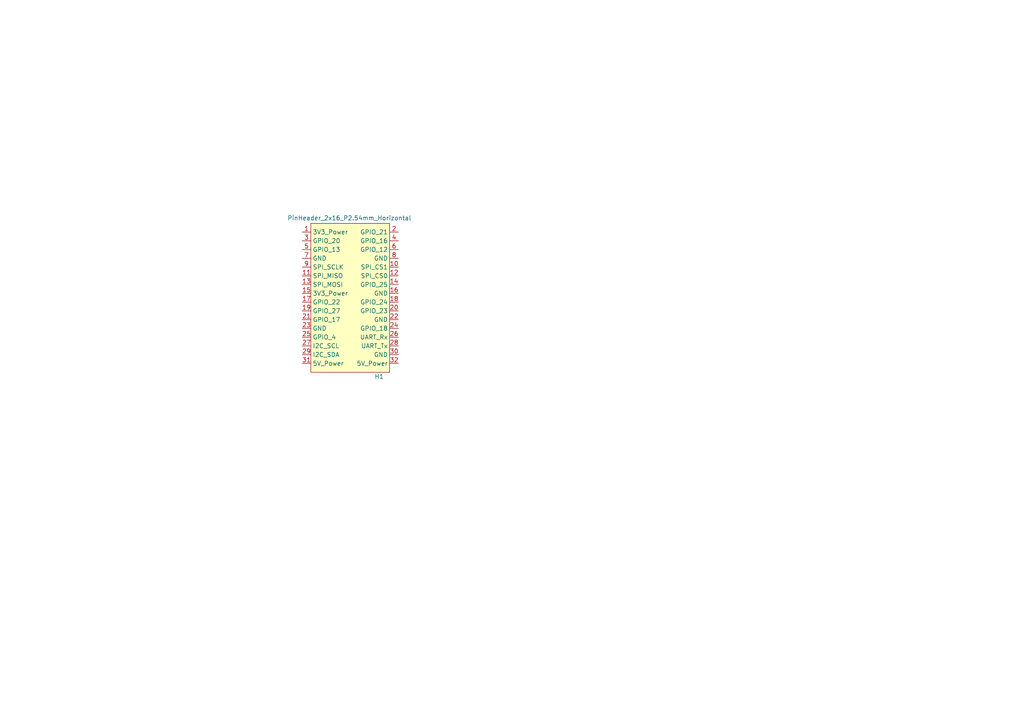
<source format=kicad_sch>
(kicad_sch (version 20250114) (generator "eeschema") (generator_version "9.0")
  (paper "A4")
  (lib_symbols
    (symbol "Edgeberry:Edgeberry_Cartridge_Connector"
      (property "Reference" "H" (at 8.382 -24.13 0))
      (property "Value" "Edgeberry Cartridge Connector" (at -0.254 21.844 0))
      (symbol "Edgeberry_Cartridge_Connector_1_1"
        (polyline (pts (xy -11.43 20.32) (xy 11.43 20.32) (xy 11.43 -22.86) (xy -11.43 -22.86) (xy -11.43 20.32)) (fill (type background)))
        (pin output line (at -13.97 17.78 0) (length 2.54) (name "3V3_Power") (number "1"))
        (pin bidirectional line (at -13.97 15.24 0) (length 2.54) (name "GPIO_20") (number "3"))
        (pin bidirectional line (at -13.97 12.7 0) (length 2.54) (name "GPIO_13") (number "5"))
        (pin output line (at -13.97 10.16 0) (length 2.54) (name "GND") (number "7"))
        (pin output line (at -13.97 7.62 0) (length 2.54) (name "SPI_SCLK") (number "9"))
        (pin input line (at -13.97 5.08 0) (length 2.54) (name "SPI_MISO") (number "11"))
        (pin output line (at -13.97 2.54 0) (length 2.54) (name "SPI_MOSI") (number "13"))
        (pin output line (at -13.97 0 0) (length 2.54) (name "3V3_Power") (number "15"))
        (pin bidirectional line (at -13.97 -2.54 0) (length 2.54) (name "GPIO_22") (number "17"))
        (pin bidirectional line (at -13.97 -5.08 0) (length 2.54) (name "GPIO_27") (number "19"))
        (pin bidirectional line (at -13.97 -7.62 0) (length 2.54) (name "GPIO_17") (number "21"))
        (pin output line (at -13.97 -10.16 0) (length 2.54) (name "GND") (number "23"))
        (pin bidirectional line (at -13.97 -12.7 0) (length 2.54) (name "GPIO_4") (number "25"))
        (pin output line (at -13.97 -15.24 0) (length 2.54) (name "I2C_SCL") (number "27"))
        (pin bidirectional line (at -13.97 -17.78 0) (length 2.54) (name "I2C_SDA") (number "29"))
        (pin output line (at -13.97 -20.32 0) (length 2.54) (name "5V_Power") (number "31"))
        (pin bidirectional line (at 13.97 17.78 180) (length 2.54) (name "GPIO_21") (number "2"))
        (pin bidirectional line (at 13.97 15.24 180) (length 2.54) (name "GPIO_16") (number "4"))
        (pin bidirectional line (at 13.97 12.7 180) (length 2.54) (name "GPIO_12") (number "6"))
        (pin output line (at 13.97 10.16 180) (length 2.54) (name "GND") (number "8"))
        (pin output line (at 13.97 7.62 180) (length 2.54) (name "SPI_CS1") (number "10"))
        (pin output line (at 13.97 5.08 180) (length 2.54) (name "SPI_CS0") (number "12"))
        (pin bidirectional line (at 13.97 2.54 180) (length 2.54) (name "GPIO_25") (number "14"))
        (pin bidirectional line (at 13.97 0 180) (length 2.54) (name "GND") (number "16"))
        (pin bidirectional line (at 13.97 -2.54 180) (length 2.54) (name "GPIO_24") (number "18"))
        (pin bidirectional line (at 13.97 -5.08 180) (length 2.54) (name "GPIO_23") (number "20"))
        (pin output line (at 13.97 -7.62 180) (length 2.54) (name "GND") (number "22"))
        (pin bidirectional line (at 13.97 -10.16 180) (length 2.54) (name "GPIO_18") (number "24"))
        (pin input line (at 13.97 -12.7 180) (length 2.54) (name "UART_Rx") (number "26"))
        (pin output line (at 13.97 -15.24 180) (length 2.54) (name "UART_Tx") (number "28"))
        (pin output line (at 13.97 -17.78 180) (length 2.54) (name "GND") (number "30"))
        (pin output line (at 13.97 -20.32 180) (length 2.54) (name "5V_Power") (number "32"))
      )
    )
  )
  (symbol (lib_id "Edgeberry:Edgeberry_Cartridge_Connector") (at 101.6 85.09 0) (unit 1)
    (property "Reference" "H1" (at 109.982 109.22 0))
    (property "Value" "PinHeader_2x16_P2.54mm_Horizontal" (at 101.346 63.246 0))
    (property "Footprint" "Connector_PinHeader_2.54mm:PinHeader_2x16_P2.54mm_Horizontal" (effects (hide yes)))
  )
)
</source>
